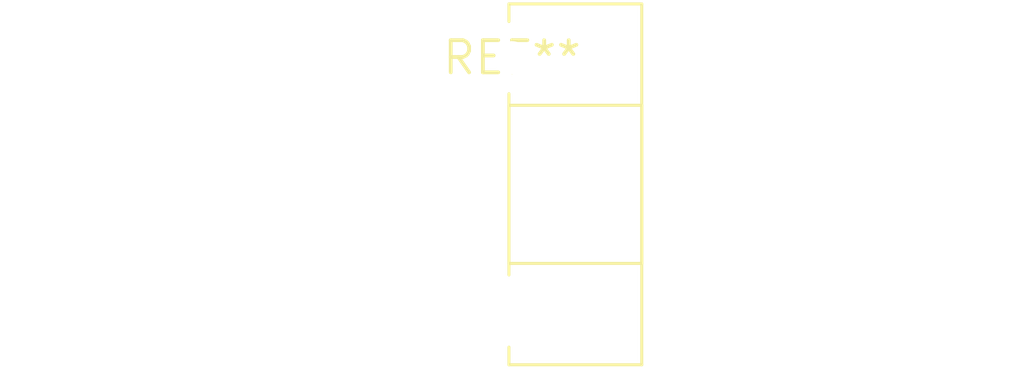
<source format=kicad_pcb>
(kicad_pcb (version 20240108) (generator pcbnew)
  (layers (0 "F.Cu" signal) (31 "B.Cu" signal) (34 "B.Paste" user) (35 "F.Paste" user) (36 "B.SilkS" user "B.Silkscreen") (37 "F.SilkS" user "F.Silkscreen") (38 "B.Mask" user) (39 "F.Mask" user) (44 "Edge.Cuts" user))
  (net 0 "")
  (footprint "Potentiometer_ACP_CA14-H2,5_Horizontal" (layer "F.Cu") (at 0 0)
    (property "Reference" "REF**")
    (property "Value" "Potentiometer_ACP_CA14-H2,5_Horizontal")
    (fp_line (start -0.121 -2.12) (end -0.121 -1.426) (layer "F.SilkS") (stroke (width 0.12)))
    (fp_line (start -0.121 -2.12) (end 5.12 -2.12) (layer "F.SilkS") (stroke (width 0.12)))
    (fp_line (start -0.121 1.426) (end -0.121 8.575) (layer "F.SilkS") (stroke (width 0.12)))
    (fp_line (start -0.121 1.88) (end -0.121 8.121) (layer "F.SilkS") (stroke (width 0.12)))
    (fp_line (start -0.121 1.88) (end 5.12 1.88) (layer "F.SilkS") (stroke (width 0.12)))
    (fp_line (start -0.121 8.121) (end 5.12 8.121) (layer "F.SilkS") (stroke (width 0.12)))
    (fp_line (start -0.121 11.425) (end -0.121 12.12) (layer "F.SilkS") (stroke (width 0.12)))
    (fp_line (start -0.121 12.12) (end 5.12 12.12) (layer "F.SilkS") (stroke (width 0.12)))
    (fp_line (start 5.12 -2.12) (end 5.12 12.12) (layer "F.SilkS") (stroke (width 0.12)))
    (fp_line (start 5.12 1.88) (end 5.12 8.121) (layer "F.SilkS") (stroke (width 0.12)))
    (pad "1" thru_hole circle (at 0 0) (size 2.34 2.34) (drill 1.3) (layers *.Cu *.Mask) (remove_unused_layers))
    (pad "2" thru_hole circle (at 2.5 5) (size 2.34 2.34) (drill 1.3) (layers *.Cu *.Mask) (remove_unused_layers))
    (pad "3" thru_hole circle (at 0 10) (size 2.34 2.34) (drill 1.3) (layers *.Cu *.Mask) (remove_unused_layers))
  )
)
</source>
